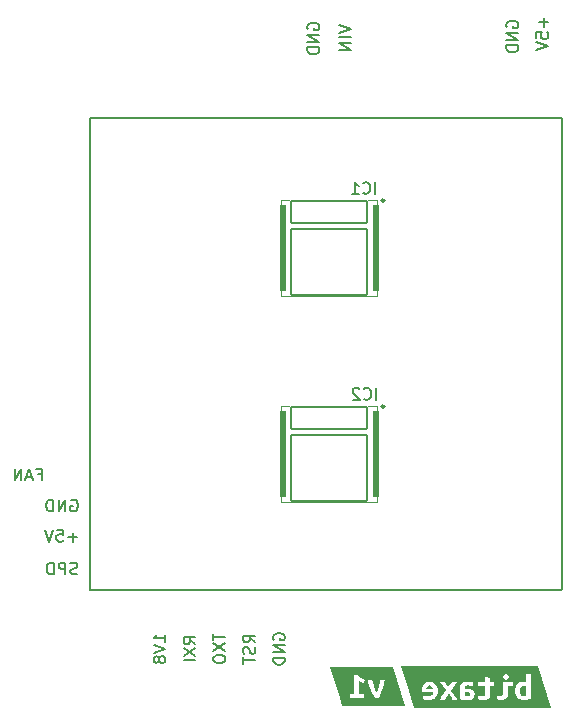
<source format=gbr>
%TF.GenerationSoftware,KiCad,Pcbnew,(6.0.0-0)*%
%TF.CreationDate,2022-03-04T22:46:30-08:00*%
%TF.ProjectId,bitaxe,62697461-7865-42e6-9b69-6361645f7063,rev?*%
%TF.SameCoordinates,Original*%
%TF.FileFunction,Legend,Bot*%
%TF.FilePolarity,Positive*%
%FSLAX46Y46*%
G04 Gerber Fmt 4.6, Leading zero omitted, Abs format (unit mm)*
G04 Created by KiCad (PCBNEW (6.0.0-0)) date 2022-03-04 22:46:30*
%MOMM*%
%LPD*%
G01*
G04 APERTURE LIST*
G04 Aperture macros list*
%AMRoundRect*
0 Rectangle with rounded corners*
0 $1 Rounding radius*
0 $2 $3 $4 $5 $6 $7 $8 $9 X,Y pos of 4 corners*
0 Add a 4 corners polygon primitive as box body*
4,1,4,$2,$3,$4,$5,$6,$7,$8,$9,$2,$3,0*
0 Add four circle primitives for the rounded corners*
1,1,$1+$1,$2,$3*
1,1,$1+$1,$4,$5*
1,1,$1+$1,$6,$7*
1,1,$1+$1,$8,$9*
0 Add four rect primitives between the rounded corners*
20,1,$1+$1,$2,$3,$4,$5,0*
20,1,$1+$1,$4,$5,$6,$7,0*
20,1,$1+$1,$6,$7,$8,$9,0*
20,1,$1+$1,$8,$9,$2,$3,0*%
G04 Aperture macros list end*
%ADD10C,0.150000*%
%ADD11C,0.120000*%
%ADD12C,0.250000*%
%ADD13C,3.500000*%
%ADD14R,1.700000X1.700000*%
%ADD15O,1.700000X1.700000*%
%ADD16RoundRect,0.236600X0.295000X0.000000X-0.295000X0.000000X-0.295000X0.000000X0.295000X0.000000X0*%
%ADD17RoundRect,0.101600X3.225000X0.925000X-3.225000X0.925000X-3.225000X-0.925000X3.225000X-0.925000X0*%
%ADD18RoundRect,0.101600X3.225000X2.775000X-3.225000X2.775000X-3.225000X-2.775000X3.225000X-2.775000X0*%
G04 APERTURE END LIST*
D10*
X67955714Y-95254761D02*
X67812857Y-95302380D01*
X67574761Y-95302380D01*
X67479523Y-95254761D01*
X67431904Y-95207142D01*
X67384285Y-95111904D01*
X67384285Y-95016666D01*
X67431904Y-94921428D01*
X67479523Y-94873809D01*
X67574761Y-94826190D01*
X67765238Y-94778571D01*
X67860476Y-94730952D01*
X67908095Y-94683333D01*
X67955714Y-94588095D01*
X67955714Y-94492857D01*
X67908095Y-94397619D01*
X67860476Y-94350000D01*
X67765238Y-94302380D01*
X67527142Y-94302380D01*
X67384285Y-94350000D01*
X66955714Y-95302380D02*
X66955714Y-94302380D01*
X66574761Y-94302380D01*
X66479523Y-94350000D01*
X66431904Y-94397619D01*
X66384285Y-94492857D01*
X66384285Y-94635714D01*
X66431904Y-94730952D01*
X66479523Y-94778571D01*
X66574761Y-94826190D01*
X66955714Y-94826190D01*
X65955714Y-95302380D02*
X65955714Y-94302380D01*
X65717619Y-94302380D01*
X65574761Y-94350000D01*
X65479523Y-94445238D01*
X65431904Y-94540476D01*
X65384285Y-94730952D01*
X65384285Y-94873809D01*
X65431904Y-95064285D01*
X65479523Y-95159523D01*
X65574761Y-95254761D01*
X65717619Y-95302380D01*
X65955714Y-95302380D01*
X67955714Y-92131428D02*
X67193809Y-92131428D01*
X67574761Y-92512380D02*
X67574761Y-91750476D01*
X66241428Y-91512380D02*
X66717619Y-91512380D01*
X66765238Y-91988571D01*
X66717619Y-91940952D01*
X66622380Y-91893333D01*
X66384285Y-91893333D01*
X66289047Y-91940952D01*
X66241428Y-91988571D01*
X66193809Y-92083809D01*
X66193809Y-92321904D01*
X66241428Y-92417142D01*
X66289047Y-92464761D01*
X66384285Y-92512380D01*
X66622380Y-92512380D01*
X66717619Y-92464761D01*
X66765238Y-92417142D01*
X65908095Y-91512380D02*
X65574761Y-92512380D01*
X65241428Y-91512380D01*
X67431904Y-89010000D02*
X67527142Y-88962380D01*
X67670000Y-88962380D01*
X67812857Y-89010000D01*
X67908095Y-89105238D01*
X67955714Y-89200476D01*
X68003333Y-89390952D01*
X68003333Y-89533809D01*
X67955714Y-89724285D01*
X67908095Y-89819523D01*
X67812857Y-89914761D01*
X67670000Y-89962380D01*
X67574761Y-89962380D01*
X67431904Y-89914761D01*
X67384285Y-89867142D01*
X67384285Y-89533809D01*
X67574761Y-89533809D01*
X66955714Y-89962380D02*
X66955714Y-88962380D01*
X66384285Y-89962380D01*
X66384285Y-88962380D01*
X65908095Y-89962380D02*
X65908095Y-88962380D01*
X65670000Y-88962380D01*
X65527142Y-89010000D01*
X65431904Y-89105238D01*
X65384285Y-89200476D01*
X65336666Y-89390952D01*
X65336666Y-89533809D01*
X65384285Y-89724285D01*
X65431904Y-89819523D01*
X65527142Y-89914761D01*
X65670000Y-89962380D01*
X65908095Y-89962380D01*
X64609523Y-86808571D02*
X64942857Y-86808571D01*
X64942857Y-87332380D02*
X64942857Y-86332380D01*
X64466666Y-86332380D01*
X64133333Y-87046666D02*
X63657142Y-87046666D01*
X64228571Y-87332380D02*
X63895238Y-86332380D01*
X63561904Y-87332380D01*
X63228571Y-87332380D02*
X63228571Y-86332380D01*
X62657142Y-87332380D01*
X62657142Y-86332380D01*
X75422380Y-100980952D02*
X75422380Y-100409523D01*
X75422380Y-100695238D02*
X74422380Y-100695238D01*
X74565238Y-100600000D01*
X74660476Y-100504761D01*
X74708095Y-100409523D01*
X74422380Y-101266666D02*
X75422380Y-101600000D01*
X74422380Y-101933333D01*
X74850952Y-102409523D02*
X74803333Y-102314285D01*
X74755714Y-102266666D01*
X74660476Y-102219047D01*
X74612857Y-102219047D01*
X74517619Y-102266666D01*
X74470000Y-102314285D01*
X74422380Y-102409523D01*
X74422380Y-102600000D01*
X74470000Y-102695238D01*
X74517619Y-102742857D01*
X74612857Y-102790476D01*
X74660476Y-102790476D01*
X74755714Y-102742857D01*
X74803333Y-102695238D01*
X74850952Y-102600000D01*
X74850952Y-102409523D01*
X74898571Y-102314285D01*
X74946190Y-102266666D01*
X75041428Y-102219047D01*
X75231904Y-102219047D01*
X75327142Y-102266666D01*
X75374761Y-102314285D01*
X75422380Y-102409523D01*
X75422380Y-102600000D01*
X75374761Y-102695238D01*
X75327142Y-102742857D01*
X75231904Y-102790476D01*
X75041428Y-102790476D01*
X74946190Y-102742857D01*
X74898571Y-102695238D01*
X74850952Y-102600000D01*
X77954880Y-101195238D02*
X77478690Y-100861904D01*
X77954880Y-100623809D02*
X76954880Y-100623809D01*
X76954880Y-101004761D01*
X77002500Y-101100000D01*
X77050119Y-101147619D01*
X77145357Y-101195238D01*
X77288214Y-101195238D01*
X77383452Y-101147619D01*
X77431071Y-101100000D01*
X77478690Y-101004761D01*
X77478690Y-100623809D01*
X76954880Y-101528571D02*
X77954880Y-102195238D01*
X76954880Y-102195238D02*
X77954880Y-101528571D01*
X77954880Y-102576190D02*
X76954880Y-102576190D01*
X79487380Y-100314285D02*
X79487380Y-100885714D01*
X80487380Y-100600000D02*
X79487380Y-100600000D01*
X79487380Y-101123809D02*
X80487380Y-101790476D01*
X79487380Y-101790476D02*
X80487380Y-101123809D01*
X79487380Y-102361904D02*
X79487380Y-102552380D01*
X79535000Y-102647619D01*
X79630238Y-102742857D01*
X79820714Y-102790476D01*
X80154047Y-102790476D01*
X80344523Y-102742857D01*
X80439761Y-102647619D01*
X80487380Y-102552380D01*
X80487380Y-102361904D01*
X80439761Y-102266666D01*
X80344523Y-102171428D01*
X80154047Y-102123809D01*
X79820714Y-102123809D01*
X79630238Y-102171428D01*
X79535000Y-102266666D01*
X79487380Y-102361904D01*
X83019880Y-101052380D02*
X82543690Y-100719047D01*
X83019880Y-100480952D02*
X82019880Y-100480952D01*
X82019880Y-100861904D01*
X82067500Y-100957142D01*
X82115119Y-101004761D01*
X82210357Y-101052380D01*
X82353214Y-101052380D01*
X82448452Y-101004761D01*
X82496071Y-100957142D01*
X82543690Y-100861904D01*
X82543690Y-100480952D01*
X82972261Y-101433333D02*
X83019880Y-101576190D01*
X83019880Y-101814285D01*
X82972261Y-101909523D01*
X82924642Y-101957142D01*
X82829404Y-102004761D01*
X82734166Y-102004761D01*
X82638928Y-101957142D01*
X82591309Y-101909523D01*
X82543690Y-101814285D01*
X82496071Y-101623809D01*
X82448452Y-101528571D01*
X82400833Y-101480952D01*
X82305595Y-101433333D01*
X82210357Y-101433333D01*
X82115119Y-101480952D01*
X82067500Y-101528571D01*
X82019880Y-101623809D01*
X82019880Y-101861904D01*
X82067500Y-102004761D01*
X82019880Y-102290476D02*
X82019880Y-102861904D01*
X83019880Y-102576190D02*
X82019880Y-102576190D01*
X84600000Y-100838095D02*
X84552380Y-100742857D01*
X84552380Y-100600000D01*
X84600000Y-100457142D01*
X84695238Y-100361904D01*
X84790476Y-100314285D01*
X84980952Y-100266666D01*
X85123809Y-100266666D01*
X85314285Y-100314285D01*
X85409523Y-100361904D01*
X85504761Y-100457142D01*
X85552380Y-100600000D01*
X85552380Y-100695238D01*
X85504761Y-100838095D01*
X85457142Y-100885714D01*
X85123809Y-100885714D01*
X85123809Y-100695238D01*
X85552380Y-101314285D02*
X84552380Y-101314285D01*
X85552380Y-101885714D01*
X84552380Y-101885714D01*
X85552380Y-102361904D02*
X84552380Y-102361904D01*
X84552380Y-102600000D01*
X84600000Y-102742857D01*
X84695238Y-102838095D01*
X84790476Y-102885714D01*
X84980952Y-102933333D01*
X85123809Y-102933333D01*
X85314285Y-102885714D01*
X85409523Y-102838095D01*
X85504761Y-102742857D01*
X85552380Y-102600000D01*
X85552380Y-102361904D01*
X104340000Y-48978095D02*
X104292380Y-48882857D01*
X104292380Y-48740000D01*
X104340000Y-48597142D01*
X104435238Y-48501904D01*
X104530476Y-48454285D01*
X104720952Y-48406666D01*
X104863809Y-48406666D01*
X105054285Y-48454285D01*
X105149523Y-48501904D01*
X105244761Y-48597142D01*
X105292380Y-48740000D01*
X105292380Y-48835238D01*
X105244761Y-48978095D01*
X105197142Y-49025714D01*
X104863809Y-49025714D01*
X104863809Y-48835238D01*
X105292380Y-49454285D02*
X104292380Y-49454285D01*
X105292380Y-50025714D01*
X104292380Y-50025714D01*
X105292380Y-50501904D02*
X104292380Y-50501904D01*
X104292380Y-50740000D01*
X104340000Y-50882857D01*
X104435238Y-50978095D01*
X104530476Y-51025714D01*
X104720952Y-51073333D01*
X104863809Y-51073333D01*
X105054285Y-51025714D01*
X105149523Y-50978095D01*
X105244761Y-50882857D01*
X105292380Y-50740000D01*
X105292380Y-50501904D01*
X107451428Y-48174285D02*
X107451428Y-48936190D01*
X107832380Y-48555238D02*
X107070476Y-48555238D01*
X106832380Y-49888571D02*
X106832380Y-49412380D01*
X107308571Y-49364761D01*
X107260952Y-49412380D01*
X107213333Y-49507619D01*
X107213333Y-49745714D01*
X107260952Y-49840952D01*
X107308571Y-49888571D01*
X107403809Y-49936190D01*
X107641904Y-49936190D01*
X107737142Y-49888571D01*
X107784761Y-49840952D01*
X107832380Y-49745714D01*
X107832380Y-49507619D01*
X107784761Y-49412380D01*
X107737142Y-49364761D01*
X106832380Y-50221904D02*
X107832380Y-50555238D01*
X106832380Y-50888571D01*
X87500000Y-49148095D02*
X87452380Y-49052857D01*
X87452380Y-48910000D01*
X87500000Y-48767142D01*
X87595238Y-48671904D01*
X87690476Y-48624285D01*
X87880952Y-48576666D01*
X88023809Y-48576666D01*
X88214285Y-48624285D01*
X88309523Y-48671904D01*
X88404761Y-48767142D01*
X88452380Y-48910000D01*
X88452380Y-49005238D01*
X88404761Y-49148095D01*
X88357142Y-49195714D01*
X88023809Y-49195714D01*
X88023809Y-49005238D01*
X88452380Y-49624285D02*
X87452380Y-49624285D01*
X88452380Y-50195714D01*
X87452380Y-50195714D01*
X88452380Y-50671904D02*
X87452380Y-50671904D01*
X87452380Y-50910000D01*
X87500000Y-51052857D01*
X87595238Y-51148095D01*
X87690476Y-51195714D01*
X87880952Y-51243333D01*
X88023809Y-51243333D01*
X88214285Y-51195714D01*
X88309523Y-51148095D01*
X88404761Y-51052857D01*
X88452380Y-50910000D01*
X88452380Y-50671904D01*
X90152380Y-48814761D02*
X91152380Y-49148095D01*
X90152380Y-49481428D01*
X91152380Y-49814761D02*
X90152380Y-49814761D01*
X91152380Y-50290952D02*
X90152380Y-50290952D01*
X91152380Y-50862380D01*
X90152380Y-50862380D01*
X69050000Y-56640000D02*
X109030000Y-56640000D01*
X109030000Y-56640000D02*
X109030000Y-96630000D01*
X109030000Y-96630000D02*
X69050000Y-96630000D01*
X69050000Y-96630000D02*
X69050000Y-56640000D01*
%TO.C,IC1*%
X93204404Y-63092380D02*
X93204404Y-62092380D01*
X92156785Y-62997142D02*
X92204404Y-63044761D01*
X92347261Y-63092380D01*
X92442500Y-63092380D01*
X92585357Y-63044761D01*
X92680595Y-62949523D01*
X92728214Y-62854285D01*
X92775833Y-62663809D01*
X92775833Y-62520952D01*
X92728214Y-62330476D01*
X92680595Y-62235238D01*
X92585357Y-62140000D01*
X92442500Y-62092380D01*
X92347261Y-62092380D01*
X92204404Y-62140000D01*
X92156785Y-62187619D01*
X91204404Y-63092380D02*
X91775833Y-63092380D01*
X91490119Y-63092380D02*
X91490119Y-62092380D01*
X91585357Y-62235238D01*
X91680595Y-62330476D01*
X91775833Y-62378095D01*
%TO.C,IC2*%
X93274404Y-80502380D02*
X93274404Y-79502380D01*
X92226785Y-80407142D02*
X92274404Y-80454761D01*
X92417261Y-80502380D01*
X92512500Y-80502380D01*
X92655357Y-80454761D01*
X92750595Y-80359523D01*
X92798214Y-80264285D01*
X92845833Y-80073809D01*
X92845833Y-79930952D01*
X92798214Y-79740476D01*
X92750595Y-79645238D01*
X92655357Y-79550000D01*
X92512500Y-79502380D01*
X92417261Y-79502380D01*
X92274404Y-79550000D01*
X92226785Y-79597619D01*
X91845833Y-79597619D02*
X91798214Y-79550000D01*
X91702976Y-79502380D01*
X91464880Y-79502380D01*
X91369642Y-79550000D01*
X91322023Y-79597619D01*
X91274404Y-79692857D01*
X91274404Y-79788095D01*
X91322023Y-79930952D01*
X91893452Y-80502380D01*
X91274404Y-80502380D01*
%TO.C,kibuzzard-6222FCD0*%
G36*
X89391882Y-103125879D02*
G01*
X94701646Y-103125879D01*
X95688118Y-106414121D01*
X90378354Y-106414121D01*
X90179917Y-105752663D01*
X91039812Y-105752663D01*
X92233612Y-105752663D01*
X92233612Y-105428813D01*
X91820862Y-105428813D01*
X91820862Y-104330262D01*
X92024062Y-104442975D01*
X92217737Y-104520763D01*
X92319835Y-104260413D01*
X92541587Y-104260413D01*
X92610048Y-104481373D01*
X92682081Y-104693403D01*
X92757686Y-104896504D01*
X92836862Y-105090675D01*
X92942696Y-105332857D01*
X93044296Y-105553519D01*
X93141662Y-105752663D01*
X93468687Y-105752663D01*
X93564467Y-105553519D01*
X93661304Y-105332857D01*
X93759200Y-105090675D01*
X93832126Y-104896504D01*
X93903266Y-104693403D01*
X93972620Y-104481373D01*
X94040187Y-104260413D01*
X93630612Y-104260413D01*
X93599259Y-104385031D01*
X93562350Y-104517588D01*
X93521472Y-104654509D01*
X93478212Y-104792225D01*
X93433366Y-104928353D01*
X93387725Y-105060513D01*
X93300412Y-105298638D01*
X93208337Y-105060513D01*
X93157934Y-104928353D01*
X93108325Y-104792225D01*
X93059906Y-104654509D01*
X93013075Y-104517588D01*
X92971403Y-104385031D01*
X92938462Y-104260413D01*
X92541587Y-104260413D01*
X92319835Y-104260413D01*
X92344737Y-104196913D01*
X92179637Y-104123888D01*
X92001837Y-104025462D01*
X91833563Y-103911163D01*
X91697037Y-103787338D01*
X91430337Y-103787338D01*
X91430337Y-105428813D01*
X91039812Y-105428813D01*
X91039812Y-105752663D01*
X90179917Y-105752663D01*
X89391882Y-103125879D01*
G37*
%TO.C,kibuzzard-6222FC9E*%
G36*
X95391642Y-103029354D02*
G01*
X106999971Y-103029354D01*
X108068358Y-106590646D01*
X96460029Y-106590646D01*
X96021562Y-105129088D01*
X97121487Y-105129088D01*
X97123075Y-105208462D01*
X97127837Y-105275138D01*
X98096212Y-105275138D01*
X98066050Y-105405709D01*
X97975562Y-105505325D01*
X97837450Y-105568428D01*
X97664412Y-105589462D01*
X97440575Y-105564063D01*
X97261187Y-105513263D01*
X97207212Y-105846638D01*
X97423112Y-105905375D01*
X97680287Y-105929188D01*
X97860866Y-105916884D01*
X97959378Y-105894263D01*
X98658187Y-105894263D01*
X99064587Y-105894263D01*
X99150312Y-105741069D01*
X99236037Y-105605337D01*
X99319381Y-105484688D01*
X99397962Y-105376738D01*
X99488450Y-105502150D01*
X99569412Y-105624388D01*
X99646406Y-105752181D01*
X99724987Y-105894263D01*
X100121862Y-105894263D01*
X100101265Y-105859338D01*
X100372687Y-105859338D01*
X100626687Y-105903788D01*
X100805281Y-105922838D01*
X101004512Y-105929188D01*
X101263275Y-105903788D01*
X101398062Y-105846638D01*
X101861762Y-105846638D01*
X102095125Y-105910138D01*
X102338012Y-105929188D01*
X102579312Y-105906963D01*
X102737356Y-105830763D01*
X103465137Y-105830763D01*
X103692150Y-105908550D01*
X103887412Y-105929188D01*
X104027509Y-105918075D01*
X104143000Y-105884738D01*
X104308100Y-105756150D01*
X104395412Y-105551363D01*
X104414462Y-105421981D01*
X104420812Y-105275138D01*
X104420812Y-105148137D01*
X105043112Y-105148137D01*
X105055019Y-105317603D01*
X105090737Y-105470400D01*
X105149475Y-105604147D01*
X105230437Y-105716462D01*
X105332831Y-105806553D01*
X105455862Y-105873625D01*
X105598737Y-105915297D01*
X105760662Y-105929188D01*
X105914650Y-105923631D01*
X106071812Y-105906963D01*
X106217862Y-105881563D01*
X106338512Y-105849813D01*
X106338512Y-103757487D01*
X105947987Y-103690812D01*
X105947987Y-104436937D01*
X105789237Y-104384550D01*
X105636837Y-104370262D01*
X105499519Y-104384153D01*
X105379662Y-104425825D01*
X105193925Y-104584575D01*
X105128441Y-104697684D01*
X105081212Y-104830637D01*
X105052637Y-104981450D01*
X105043112Y-105148137D01*
X104420812Y-105148137D01*
X104420812Y-104725862D01*
X104833562Y-104725862D01*
X104833562Y-104402013D01*
X104030287Y-104402013D01*
X104030287Y-105325938D01*
X103981075Y-105524375D01*
X103817562Y-105589462D01*
X103687387Y-105575175D01*
X103515937Y-105516437D01*
X103465137Y-105830763D01*
X102737356Y-105830763D01*
X102757112Y-105821238D01*
X102868237Y-105641850D01*
X102896812Y-105508103D01*
X102906337Y-105338638D01*
X102906337Y-104725862D01*
X103246062Y-104725862D01*
X103246062Y-104402013D01*
X102906337Y-104402013D01*
X102906337Y-104027362D01*
X102574391Y-103973387D01*
X104046162Y-103973387D01*
X104119187Y-104154362D01*
X104293812Y-104221037D01*
X104466850Y-104154362D01*
X104538287Y-103973387D01*
X104466850Y-103789237D01*
X104293812Y-103722562D01*
X104119187Y-103789237D01*
X104046162Y-103973387D01*
X102574391Y-103973387D01*
X102515812Y-103963862D01*
X102515812Y-104402013D01*
X101890337Y-104402013D01*
X101890337Y-104725862D01*
X102515812Y-104725862D01*
X102515812Y-105329113D01*
X102499937Y-105462463D01*
X102455487Y-105541837D01*
X102385637Y-105579937D01*
X102293562Y-105589462D01*
X102193550Y-105586288D01*
X102104650Y-105575175D01*
X102015750Y-105551363D01*
X101915737Y-105510088D01*
X101861762Y-105846638D01*
X101398062Y-105846638D01*
X101461712Y-105819650D01*
X101588712Y-105667250D01*
X101633162Y-105437063D01*
X101582362Y-105217987D01*
X101445837Y-105075113D01*
X101248987Y-104997325D01*
X101017212Y-104973512D01*
X100873544Y-104979863D01*
X100747337Y-104998912D01*
X100747337Y-104951287D01*
X100817187Y-104765550D01*
X100912437Y-104709591D01*
X101058487Y-104690937D01*
X101272800Y-104706812D01*
X101439487Y-104744912D01*
X101493462Y-104430587D01*
X101287087Y-104384550D01*
X101151356Y-104369072D01*
X101010862Y-104363913D01*
X100842191Y-104374628D01*
X100704475Y-104406775D01*
X100509212Y-104527425D01*
X100404437Y-104717925D01*
X100372687Y-104970337D01*
X100372687Y-105859338D01*
X100101265Y-105859338D01*
X100012325Y-105708525D01*
X99882150Y-105511675D01*
X99739275Y-105313238D01*
X99594812Y-105125913D01*
X100118687Y-104402013D01*
X99709112Y-104402013D01*
X99378912Y-104868738D01*
X99074112Y-104402013D01*
X98677237Y-104402013D01*
X99159837Y-105119562D01*
X99010612Y-105314825D01*
X98870912Y-105522788D01*
X98750262Y-105722813D01*
X98658187Y-105894263D01*
X97959378Y-105894263D01*
X98021600Y-105879975D01*
X98161300Y-105818856D01*
X98278775Y-105733925D01*
X98372834Y-105625578D01*
X98442287Y-105494212D01*
X98485150Y-105339431D01*
X98499437Y-105160837D01*
X98484356Y-104975894D01*
X98439112Y-104814762D01*
X98369262Y-104677841D01*
X98280362Y-104565525D01*
X98174794Y-104477816D01*
X98054937Y-104414712D01*
X97926350Y-104376612D01*
X97794587Y-104363913D01*
X97592093Y-104385608D01*
X97424876Y-104450696D01*
X97292937Y-104559175D01*
X97197687Y-104709282D01*
X97140537Y-104899253D01*
X97121487Y-105129088D01*
X96021562Y-105129088D01*
X95391642Y-103029354D01*
G37*
G36*
X105841625Y-104724275D02*
G01*
X105947987Y-104767138D01*
X105947987Y-105576763D01*
X105854325Y-105589462D01*
X105770187Y-105592637D01*
X105633662Y-105566841D01*
X105528887Y-105489450D01*
X105462212Y-105350147D01*
X105439987Y-105138613D01*
X105457053Y-104953669D01*
X105508250Y-104817937D01*
X105594372Y-104734594D01*
X105716212Y-104706812D01*
X105841625Y-104724275D01*
G37*
G36*
X97920000Y-104716337D02*
G01*
X98012075Y-104786188D01*
X98069225Y-104887787D01*
X98096212Y-105005263D01*
X97499312Y-105005263D01*
X97515187Y-104889375D01*
X97565987Y-104789362D01*
X97654887Y-104717925D01*
X97788237Y-104690937D01*
X97920000Y-104716337D01*
G37*
G36*
X101055312Y-105254500D02*
G01*
X101155325Y-105281488D01*
X101223587Y-105335463D01*
X101248987Y-105427538D01*
X101172787Y-105572000D01*
X100975937Y-105614862D01*
X100852112Y-105613275D01*
X100747337Y-105605337D01*
X100747337Y-105262438D01*
X100839412Y-105251325D01*
X100937837Y-105246562D01*
X101055312Y-105254500D01*
G37*
D11*
%TO.C,IC1*%
X85240000Y-71700000D02*
X93340000Y-71700000D01*
X93340000Y-63600000D02*
X85240000Y-63600000D01*
X85240000Y-63600000D02*
X85240000Y-71700000D01*
X93340000Y-71700000D02*
X93340000Y-63600000D01*
D12*
X93969000Y-63636000D02*
G75*
G03*
X93969000Y-63636000I-125000J0D01*
G01*
D11*
%TO.C,IC2*%
X85240000Y-81040000D02*
X85240000Y-89140000D01*
X93340000Y-81040000D02*
X85240000Y-81040000D01*
X93340000Y-89140000D02*
X93340000Y-81040000D01*
X85240000Y-89140000D02*
X93340000Y-89140000D01*
D12*
X93969000Y-81076000D02*
G75*
G03*
X93969000Y-81076000I-125000J0D01*
G01*
%TD*%
%LPC*%
D13*
%TO.C,H2*%
X67810000Y-55370000D03*
%TD*%
%TO.C,H1*%
X110290000Y-97880000D03*
%TD*%
D14*
%TO.C,J3*%
X74960000Y-104860000D03*
D15*
X77500000Y-104860000D03*
X80040000Y-104860000D03*
X82580000Y-104860000D03*
X85120000Y-104860000D03*
%TD*%
D14*
%TO.C,J4*%
X104850000Y-52790000D03*
D15*
X107390000Y-52790000D03*
%TD*%
D14*
%TO.C,J2*%
X87990000Y-52780000D03*
D15*
X90530000Y-52780000D03*
%TD*%
D14*
%TO.C,J5*%
X63610000Y-89540000D03*
D15*
X63610000Y-92080000D03*
X63610000Y-94620000D03*
%TD*%
D16*
%TO.C,IC1*%
X93224600Y-64275000D03*
X93224600Y-64725000D03*
X93224600Y-65175000D03*
X93224600Y-65625000D03*
X93224600Y-66075000D03*
X93224600Y-66525000D03*
X93224600Y-66975000D03*
X93224600Y-67425000D03*
X93224600Y-67875000D03*
X93224600Y-68325000D03*
X93224600Y-68775000D03*
X93224600Y-69225000D03*
X93224600Y-69675000D03*
X93224600Y-70125000D03*
X93224600Y-70575000D03*
X93224600Y-71025000D03*
X85355400Y-71025000D03*
X85355400Y-70575000D03*
X85355400Y-70125000D03*
X85355400Y-69675000D03*
X85355400Y-69225000D03*
X85355400Y-68775000D03*
X85355400Y-68325000D03*
X85355400Y-67875000D03*
X85355400Y-67425000D03*
X85355400Y-66975000D03*
X85355400Y-66525000D03*
X85355400Y-66075000D03*
X85355400Y-65625000D03*
X85355400Y-65175000D03*
X85355400Y-64725000D03*
X85355400Y-64275000D03*
D17*
X89290000Y-64650000D03*
D18*
X89290000Y-68850000D03*
%TD*%
D16*
%TO.C,IC2*%
X93224600Y-81715000D03*
X93224600Y-82165000D03*
X93224600Y-82615000D03*
X93224600Y-83065000D03*
X93224600Y-83515000D03*
X93224600Y-83965000D03*
X93224600Y-84415000D03*
X93224600Y-84865000D03*
X93224600Y-85315000D03*
X93224600Y-85765000D03*
X93224600Y-86215000D03*
X93224600Y-86665000D03*
X93224600Y-87115000D03*
X93224600Y-87565000D03*
X93224600Y-88015000D03*
X93224600Y-88465000D03*
X85355400Y-88465000D03*
X85355400Y-88015000D03*
X85355400Y-87565000D03*
X85355400Y-87115000D03*
X85355400Y-86665000D03*
X85355400Y-86215000D03*
X85355400Y-85765000D03*
X85355400Y-85315000D03*
X85355400Y-84865000D03*
X85355400Y-84415000D03*
X85355400Y-83965000D03*
X85355400Y-83515000D03*
X85355400Y-83065000D03*
X85355400Y-82615000D03*
X85355400Y-82165000D03*
X85355400Y-81715000D03*
D17*
X89290000Y-82090000D03*
D18*
X89290000Y-86290000D03*
%TD*%
M02*

</source>
